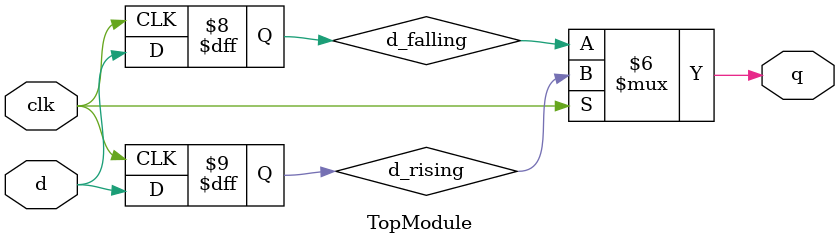
<source format=sv>
module TopModule(
    input logic clk,
    input logic d,
    output logic q
);
    logic d_rising, d_falling;

    always_ff @(posedge clk) begin
        d_rising <= d;
    end

    always_ff @(negedge clk) begin
        d_falling <= d;
    end

    always_comb begin
        if (clk == 1'b1) begin
            q = d_rising;
        end else begin
            q = d_falling;
        end
    end
endmodule
</source>
